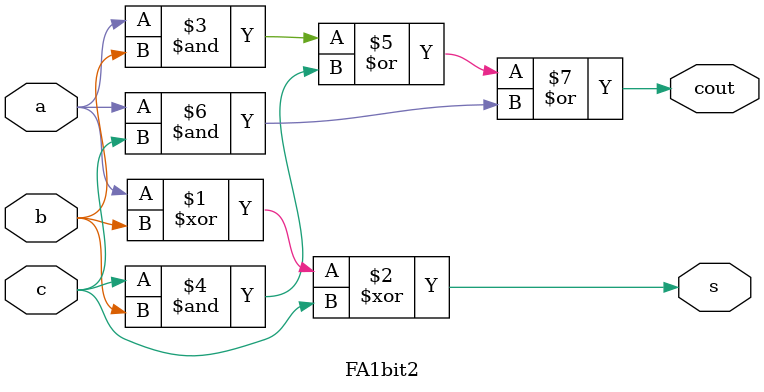
<source format=v>
module CSelAxbit(a,b,c,s,cout);
parameter size=16; //size >= 4;
    input[size-1:0] a,b;
    input c;
    output[size-1:0] s;
    output cout;
    wire[size>>2:0] w0;
assign w0[0]=c;
generate
    genvar i;
    for(i=0;i<size;i=i+4)
    begin
        CSA4bit fourbitsca (.a(a[i+:4]),.b(b[i+:4]),.c(w0[i/4]),.s(s[i+:4]),.cout(w0[(i/4)+1]));
    end
endgenerate
assign cout=w0[size>>2];
endmodule

module CSA4bit(a,b,c,s,cout);
    input[3:0] a,b;
    output[3:0] s;
    wire[4:0] w1,w0;
    output cout;
    input c;
FA4bit2 single_calc [1:0] (.a({a,a}),.b({b,b}),.c({1'b1,1'b0}),.s({w1[3:0],w0[3:0]}),.cout({w1[4],w0[4]}));
genvar i;
generate
    for(i=0;i<4;i=i+1)
    begin
        mux2_1 selector (.d({w1[i],w0[i]}),.s(c),.f(s[i]));
    end
endgenerate
mux2_1 selector_carry (.d({w1[4],w0[4]}),.s(c),.f(cout));
endmodule

module mux2_1(d,s,f);
    input[1:0] d;
    input s;
    output f;    
assign f=s?d[1]:d[0];
endmodule

module FA4bit2(a,b,c,s,cout);
    input[3:0] a,b;
    input c;
    wire[3:1] w;
    output[3:0] s;
    output cout;
FA1bit2 fulladder [3:0] (.a(a),.b(b),.c({w,c}),.s(s),.cout({cout,w})); 
endmodule

module FA1bit2(a,b,c,s,cout);
    input a,b,c;
    output s,cout;    
assign s=a^b^c;
assign cout=(a&b)|(c&b)|(a&c);
endmodule

</source>
